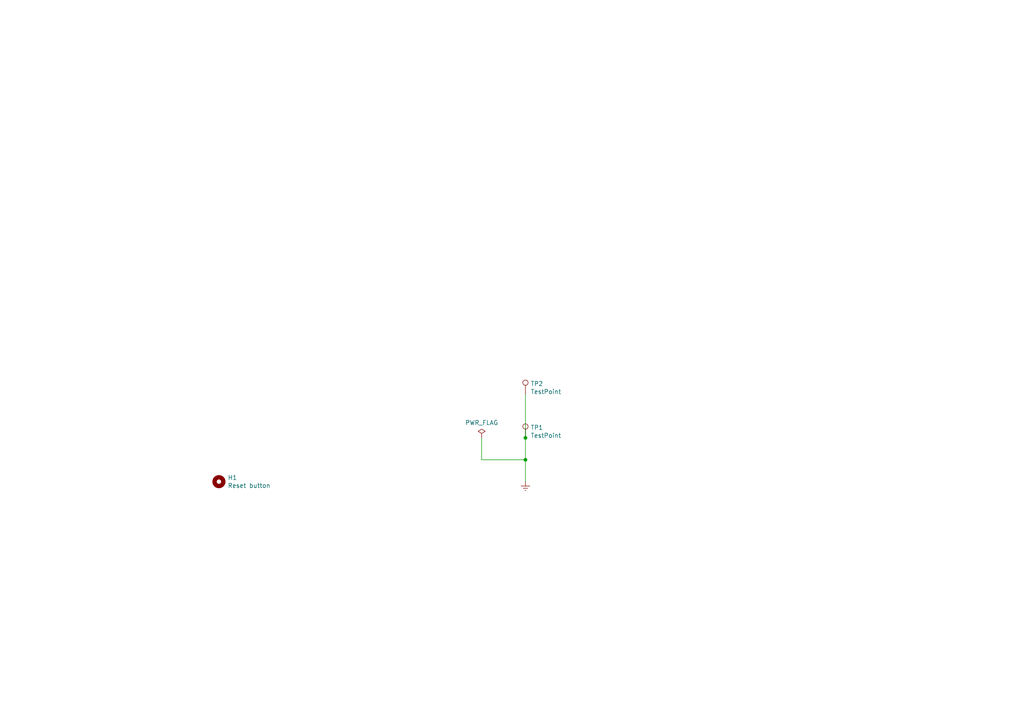
<source format=kicad_sch>
(kicad_sch (version 20231120) (generator "eeschema") (generator_version "8.0")
  (paper "A4")
  (title_block (title "TashPad back panel") (date "2024-05-23") (rev "1.1") (company "Lostwave") (comment 1 "https://68kmla.org") (comment 2 "https://github.com/lampmerchant/tashpad"))
  (lib_symbols
    (symbol "Connector:TestPoint" (pin_numbers hide) (pin_names (offset 0.762) hide)
      (property "Reference" "TP" (at 0 6.858 0))
      (property "Value" "TestPoint" (at 0 5.08 0))
      (symbol "TestPoint_0_1"
        (circle (center 0 3.302) (radius 0.762))
      )
      (symbol "TestPoint_1_1"
        (pin passive line (at 0 0 90) (length 2.54) (name "1") (number "1"))
      )
    )
    (symbol "Mechanical:MountingHole" (pin_names (offset 1.016)) (exclude_from_sim yes) (in_bom no)
      (property "Reference" "H" (at 0 5.08 0))
      (property "Value" "MountingHole" (at 0 3.175 0))
      (symbol "MountingHole_0_1"
        (circle (center 0 0) (radius 1.27) (stroke (width 1.27)))
      )
    )
    (symbol "tashpad_BP-rescue:Earth-power" (power) (pin_names (offset 0))
      (symbol "Earth-power_0_1"
        (polyline (pts (xy -0.635 -1.905) (xy 0.635 -1.905)))
        (polyline (pts (xy -0.127 -2.54) (xy 0.127 -2.54)))
        (polyline (pts (xy 0 -1.27) (xy 0 0)))
        (polyline (pts (xy 1.27 -1.27) (xy -1.27 -1.27)))
      )
      (symbol "Earth-power_1_1"
        (pin power_in line (at 0 0 270) (length 0) hide (name "Earth") (number "1"))
      )
    )
    (symbol "tashpad_BP-rescue:PWR_FLAG-power" (power) (pin_numbers hide) (pin_names (offset 0) hide)
      (property "Value" "power_PWR_FLAG" (at 0 3.81 0))
      (symbol "PWR_FLAG-power_0_0"
        (pin power_out line (at 0 0 90) (length 0) (name "pwr") (number "1"))
      )
      (symbol "PWR_FLAG-power_0_1"
        (polyline (pts (xy 0 0) (xy 0 1.27) (xy -1.016 1.905) (xy 0 2.54) (xy 1.016 1.905) (xy 0 1.27)))
      )
    )
  )
  (junction (at 152.4 127))
  (junction (at 152.4 133.35))
  (wire (pts (xy 139.7 127) (xy 139.7 133.35)))
  (wire (pts (xy 152.4 114.3) (xy 152.4 127)))
  (wire (pts (xy 152.4 133.35) (xy 152.4 139.7)))
  (wire (pts (xy 139.7 133.35) (xy 152.4 133.35)))
  (wire (pts (xy 152.4 127) (xy 152.4 133.35)))
  (symbol (lib_id "Mechanical:MountingHole") (at 63.5 139.7 0) (unit 1)
    (property "Reference" "H1" (at 66.04 138.5316 0) (effects (justify left)))
    (property "Value" "Reset button" (at 66.04 140.843 0) (effects (justify left)))
    (property "Footprint" "MountingHole:MountingHole_4mm" (effects (hide yes)))
  )
  (symbol (lib_id "tashpad_BP-rescue:PWR_FLAG-power") (at 139.7 127 0) (unit 1)
    (property "Reference" "#FLG0101" (effects (hide yes)))
    (property "Value" "PWR_FLAG" (at 139.7 122.6058 0))
  )
  (symbol (lib_id "Connector:TestPoint") (at 152.4 114.3 0) (unit 1)
    (property "Reference" "TP2" (at 153.8732 111.3028 0) (effects (justify left)))
    (property "Value" "TestPoint" (at 153.8732 113.6142 0) (effects (justify left)))
    (property "Footprint" "TestPoint:TestPoint_Pad_1.5x1.5mm" (effects (hide yes)))
  )
  (symbol (lib_id "Connector:TestPoint") (at 152.4 127 0) (unit 1)
    (property "Reference" "TP1" (at 153.8732 124.0028 0) (effects (justify left)))
    (property "Value" "TestPoint" (at 153.8732 126.3142 0) (effects (justify left)))
    (property "Footprint" "TestPoint:TestPoint_Pad_1.5x1.5mm" (effects (hide yes)))
  )
  (symbol (lib_id "tashpad_BP-rescue:Earth-power") (at 152.4 139.7 0) (unit 1)
    (property "Reference" "#PWR0101" (effects (hide yes)))
    (property "Value" "Earth" (effects (hide yes)))
  )
)
</source>
